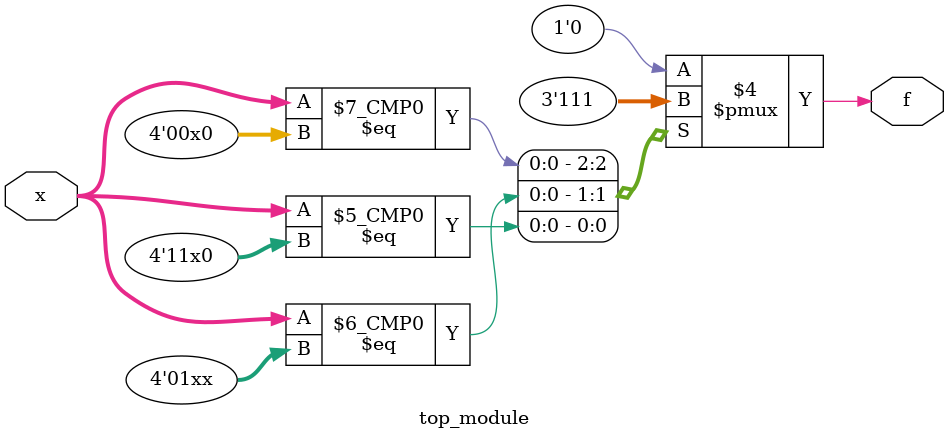
<source format=sv>
module top_module (
	input [4:1] x,
	output logic f
);

// Define the truth table for the function f
always_comb begin
	case (x)
		4'b00x0 : f = 1;    // x[3]=0, x[4]=don't care
		4'b01xx : f = 1;    // x[3]=1, x[4]=don't care
		4'b10x1 : f = 0;    // x[3]=don't care, x[4]=1
		4'b11x1 : f = 0;    // x[3]=don't care, x[4]=1
		4'b11x0 : f = 1;    // x[3]=don't care, x[4]=0
		4'b1xxx : f = 0;    // x[3]=don't care, x[4]=don't care
		default : f = 0;    // All other cases
	endcase
end

endmodule

</source>
